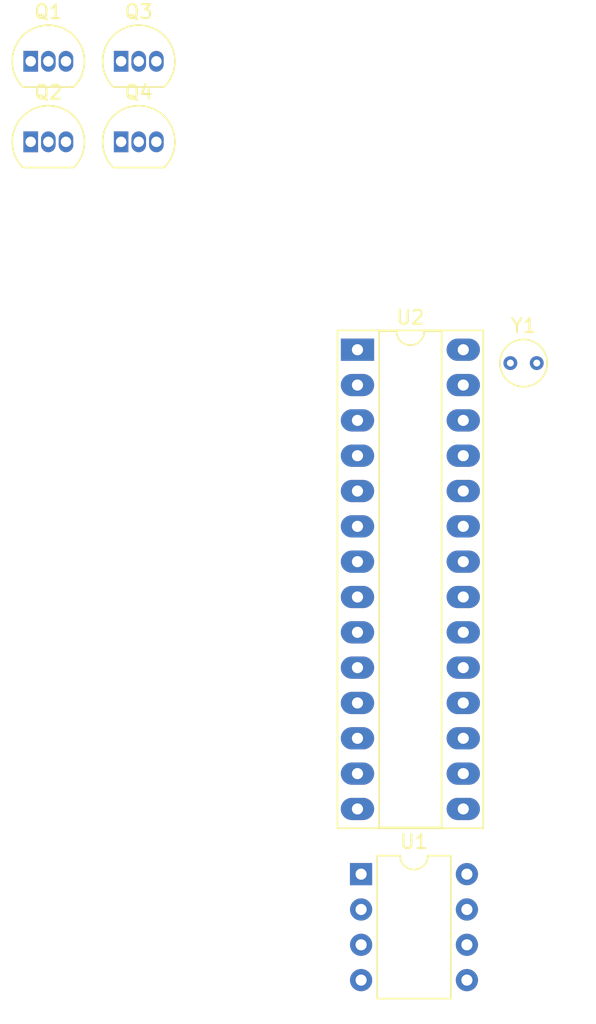
<source format=kicad_pcb>
(kicad_pcb (version 20171130) (host pcbnew "(5.1.12)-1")

  (general
    (thickness 1.6)
    (drawings 0)
    (tracks 0)
    (zones 0)
    (modules 7)
    (nets 47)
  )

  (page A4)
  (layers
    (0 F.Cu signal)
    (31 B.Cu signal)
    (32 B.Adhes user)
    (33 F.Adhes user)
    (34 B.Paste user)
    (35 F.Paste user)
    (36 B.SilkS user)
    (37 F.SilkS user)
    (38 B.Mask user)
    (39 F.Mask user)
    (40 Dwgs.User user)
    (41 Cmts.User user)
    (42 Eco1.User user)
    (43 Eco2.User user)
    (44 Edge.Cuts user)
    (45 Margin user)
    (46 B.CrtYd user)
    (47 F.CrtYd user)
    (48 B.Fab user)
    (49 F.Fab user)
  )

  (setup
    (last_trace_width 0.25)
    (trace_clearance 0.2)
    (zone_clearance 0.508)
    (zone_45_only no)
    (trace_min 0.2)
    (via_size 0.8)
    (via_drill 0.4)
    (via_min_size 0.4)
    (via_min_drill 0.3)
    (uvia_size 0.3)
    (uvia_drill 0.1)
    (uvias_allowed no)
    (uvia_min_size 0.2)
    (uvia_min_drill 0.1)
    (edge_width 0.05)
    (segment_width 0.2)
    (pcb_text_width 0.3)
    (pcb_text_size 1.5 1.5)
    (mod_edge_width 0.12)
    (mod_text_size 1 1)
    (mod_text_width 0.15)
    (pad_size 1.524 1.524)
    (pad_drill 0.762)
    (pad_to_mask_clearance 0)
    (aux_axis_origin 0 0)
    (visible_elements 7FFFFFFF)
    (pcbplotparams
      (layerselection 0x010fc_ffffffff)
      (usegerberextensions false)
      (usegerberattributes true)
      (usegerberadvancedattributes true)
      (creategerberjobfile true)
      (excludeedgelayer true)
      (linewidth 0.100000)
      (plotframeref false)
      (viasonmask false)
      (mode 1)
      (useauxorigin false)
      (hpglpennumber 1)
      (hpglpenspeed 20)
      (hpglpendiameter 15.000000)
      (psnegative false)
      (psa4output false)
      (plotreference true)
      (plotvalue true)
      (plotinvisibletext false)
      (padsonsilk false)
      (subtractmaskfromsilk false)
      (outputformat 1)
      (mirror false)
      (drillshape 1)
      (scaleselection 1)
      (outputdirectory ""))
  )

  (net 0 "")
  (net 1 +BATT)
  (net 2 GND)
  (net 3 "Net-(U1-Pad7)")
  (net 4 "Net-(U1-Pad3)")
  (net 5 "Net-(U1-Pad6)")
  (net 6 "Net-(U1-Pad2)")
  (net 7 "Net-(U1-Pad5)")
  (net 8 +5V)
  (net 9 "Net-(U2-Pad28)")
  (net 10 "Net-(U2-Pad14)")
  (net 11 "Net-(U2-Pad27)")
  (net 12 "Net-(U2-Pad13)")
  (net 13 "Net-(U2-Pad26)")
  (net 14 "Net-(U2-Pad12)")
  (net 15 "Net-(U2-Pad25)")
  (net 16 "Net-(U2-Pad11)")
  (net 17 "Net-(U2-Pad24)")
  (net 18 "Net-(U2-Pad10)")
  (net 19 "Net-(U2-Pad23)")
  (net 20 "Net-(U2-Pad9)")
  (net 21 "Net-(U2-Pad22)")
  (net 22 "Net-(U2-Pad21)")
  (net 23 "Net-(U2-Pad7)")
  (net 24 "Net-(U2-Pad20)")
  (net 25 "Net-(U2-Pad6)")
  (net 26 "Net-(U2-Pad19)")
  (net 27 "Net-(U2-Pad5)")
  (net 28 "Net-(U2-Pad18)")
  (net 29 "Net-(U2-Pad4)")
  (net 30 "Net-(U2-Pad17)")
  (net 31 "Net-(U2-Pad3)")
  (net 32 "Net-(U2-Pad16)")
  (net 33 "Net-(U2-Pad2)")
  (net 34 "Net-(U2-Pad15)")
  (net 35 "Net-(U2-Pad1)")
  (net 36 "Net-(Q1-Pad1)")
  (net 37 "Net-(Q1-Pad3)")
  (net 38 "Net-(Q1-Pad2)")
  (net 39 "Net-(Q2-Pad1)")
  (net 40 "Net-(Q2-Pad3)")
  (net 41 "Net-(Q3-Pad1)")
  (net 42 "Net-(Q3-Pad3)")
  (net 43 "Net-(Q3-Pad2)")
  (net 44 "Net-(Q4-Pad1)")
  (net 45 "Net-(Q4-Pad3)")
  (net 46 "Net-(Q4-Pad2)")

  (net_class Default "This is the default net class."
    (clearance 0.2)
    (trace_width 0.25)
    (via_dia 0.8)
    (via_drill 0.4)
    (uvia_dia 0.3)
    (uvia_drill 0.1)
    (add_net +5V)
    (add_net +BATT)
    (add_net GND)
    (add_net "Net-(Q1-Pad1)")
    (add_net "Net-(Q1-Pad2)")
    (add_net "Net-(Q1-Pad3)")
    (add_net "Net-(Q2-Pad1)")
    (add_net "Net-(Q2-Pad3)")
    (add_net "Net-(Q3-Pad1)")
    (add_net "Net-(Q3-Pad2)")
    (add_net "Net-(Q3-Pad3)")
    (add_net "Net-(Q4-Pad1)")
    (add_net "Net-(Q4-Pad2)")
    (add_net "Net-(Q4-Pad3)")
    (add_net "Net-(U1-Pad2)")
    (add_net "Net-(U1-Pad3)")
    (add_net "Net-(U1-Pad5)")
    (add_net "Net-(U1-Pad6)")
    (add_net "Net-(U1-Pad7)")
    (add_net "Net-(U2-Pad1)")
    (add_net "Net-(U2-Pad10)")
    (add_net "Net-(U2-Pad11)")
    (add_net "Net-(U2-Pad12)")
    (add_net "Net-(U2-Pad13)")
    (add_net "Net-(U2-Pad14)")
    (add_net "Net-(U2-Pad15)")
    (add_net "Net-(U2-Pad16)")
    (add_net "Net-(U2-Pad17)")
    (add_net "Net-(U2-Pad18)")
    (add_net "Net-(U2-Pad19)")
    (add_net "Net-(U2-Pad2)")
    (add_net "Net-(U2-Pad20)")
    (add_net "Net-(U2-Pad21)")
    (add_net "Net-(U2-Pad22)")
    (add_net "Net-(U2-Pad23)")
    (add_net "Net-(U2-Pad24)")
    (add_net "Net-(U2-Pad25)")
    (add_net "Net-(U2-Pad26)")
    (add_net "Net-(U2-Pad27)")
    (add_net "Net-(U2-Pad28)")
    (add_net "Net-(U2-Pad3)")
    (add_net "Net-(U2-Pad4)")
    (add_net "Net-(U2-Pad5)")
    (add_net "Net-(U2-Pad6)")
    (add_net "Net-(U2-Pad7)")
    (add_net "Net-(U2-Pad9)")
  )

  (module Package_DIP:DIP-28_W7.62mm_Socket_LongPads (layer F.Cu) (tedit 5A02E8C5) (tstamp 622DAB68)
    (at 180.975 102.87)
    (descr "28-lead though-hole mounted DIP package, row spacing 7.62 mm (300 mils), Socket, LongPads")
    (tags "THT DIP DIL PDIP 2.54mm 7.62mm 300mil Socket LongPads")
    (path /622DFAB3)
    (fp_text reference U2 (at 3.81 -2.33) (layer F.SilkS)
      (effects (font (size 1 1) (thickness 0.15)))
    )
    (fp_text value ATmega328P-PU (at 3.81 35.35) (layer F.Fab)
      (effects (font (size 1 1) (thickness 0.15)))
    )
    (fp_text user %R (at 3.81 16.51) (layer F.Fab)
      (effects (font (size 1 1) (thickness 0.15)))
    )
    (fp_arc (start 3.81 -1.33) (end 2.81 -1.33) (angle -180) (layer F.SilkS) (width 0.12))
    (fp_line (start 1.635 -1.27) (end 6.985 -1.27) (layer F.Fab) (width 0.1))
    (fp_line (start 6.985 -1.27) (end 6.985 34.29) (layer F.Fab) (width 0.1))
    (fp_line (start 6.985 34.29) (end 0.635 34.29) (layer F.Fab) (width 0.1))
    (fp_line (start 0.635 34.29) (end 0.635 -0.27) (layer F.Fab) (width 0.1))
    (fp_line (start 0.635 -0.27) (end 1.635 -1.27) (layer F.Fab) (width 0.1))
    (fp_line (start -1.27 -1.33) (end -1.27 34.35) (layer F.Fab) (width 0.1))
    (fp_line (start -1.27 34.35) (end 8.89 34.35) (layer F.Fab) (width 0.1))
    (fp_line (start 8.89 34.35) (end 8.89 -1.33) (layer F.Fab) (width 0.1))
    (fp_line (start 8.89 -1.33) (end -1.27 -1.33) (layer F.Fab) (width 0.1))
    (fp_line (start 2.81 -1.33) (end 1.56 -1.33) (layer F.SilkS) (width 0.12))
    (fp_line (start 1.56 -1.33) (end 1.56 34.35) (layer F.SilkS) (width 0.12))
    (fp_line (start 1.56 34.35) (end 6.06 34.35) (layer F.SilkS) (width 0.12))
    (fp_line (start 6.06 34.35) (end 6.06 -1.33) (layer F.SilkS) (width 0.12))
    (fp_line (start 6.06 -1.33) (end 4.81 -1.33) (layer F.SilkS) (width 0.12))
    (fp_line (start -1.44 -1.39) (end -1.44 34.41) (layer F.SilkS) (width 0.12))
    (fp_line (start -1.44 34.41) (end 9.06 34.41) (layer F.SilkS) (width 0.12))
    (fp_line (start 9.06 34.41) (end 9.06 -1.39) (layer F.SilkS) (width 0.12))
    (fp_line (start 9.06 -1.39) (end -1.44 -1.39) (layer F.SilkS) (width 0.12))
    (fp_line (start -1.55 -1.6) (end -1.55 34.65) (layer F.CrtYd) (width 0.05))
    (fp_line (start -1.55 34.65) (end 9.15 34.65) (layer F.CrtYd) (width 0.05))
    (fp_line (start 9.15 34.65) (end 9.15 -1.6) (layer F.CrtYd) (width 0.05))
    (fp_line (start 9.15 -1.6) (end -1.55 -1.6) (layer F.CrtYd) (width 0.05))
    (pad 28 thru_hole oval (at 7.62 0) (size 2.4 1.6) (drill 0.8) (layers *.Cu *.Mask)
      (net 9 "Net-(U2-Pad28)"))
    (pad 14 thru_hole oval (at 0 33.02) (size 2.4 1.6) (drill 0.8) (layers *.Cu *.Mask)
      (net 10 "Net-(U2-Pad14)"))
    (pad 27 thru_hole oval (at 7.62 2.54) (size 2.4 1.6) (drill 0.8) (layers *.Cu *.Mask)
      (net 11 "Net-(U2-Pad27)"))
    (pad 13 thru_hole oval (at 0 30.48) (size 2.4 1.6) (drill 0.8) (layers *.Cu *.Mask)
      (net 12 "Net-(U2-Pad13)"))
    (pad 26 thru_hole oval (at 7.62 5.08) (size 2.4 1.6) (drill 0.8) (layers *.Cu *.Mask)
      (net 13 "Net-(U2-Pad26)"))
    (pad 12 thru_hole oval (at 0 27.94) (size 2.4 1.6) (drill 0.8) (layers *.Cu *.Mask)
      (net 14 "Net-(U2-Pad12)"))
    (pad 25 thru_hole oval (at 7.62 7.62) (size 2.4 1.6) (drill 0.8) (layers *.Cu *.Mask)
      (net 15 "Net-(U2-Pad25)"))
    (pad 11 thru_hole oval (at 0 25.4) (size 2.4 1.6) (drill 0.8) (layers *.Cu *.Mask)
      (net 16 "Net-(U2-Pad11)"))
    (pad 24 thru_hole oval (at 7.62 10.16) (size 2.4 1.6) (drill 0.8) (layers *.Cu *.Mask)
      (net 17 "Net-(U2-Pad24)"))
    (pad 10 thru_hole oval (at 0 22.86) (size 2.4 1.6) (drill 0.8) (layers *.Cu *.Mask)
      (net 18 "Net-(U2-Pad10)"))
    (pad 23 thru_hole oval (at 7.62 12.7) (size 2.4 1.6) (drill 0.8) (layers *.Cu *.Mask)
      (net 19 "Net-(U2-Pad23)"))
    (pad 9 thru_hole oval (at 0 20.32) (size 2.4 1.6) (drill 0.8) (layers *.Cu *.Mask)
      (net 20 "Net-(U2-Pad9)"))
    (pad 22 thru_hole oval (at 7.62 15.24) (size 2.4 1.6) (drill 0.8) (layers *.Cu *.Mask)
      (net 21 "Net-(U2-Pad22)"))
    (pad 8 thru_hole oval (at 0 17.78) (size 2.4 1.6) (drill 0.8) (layers *.Cu *.Mask)
      (net 21 "Net-(U2-Pad22)"))
    (pad 21 thru_hole oval (at 7.62 17.78) (size 2.4 1.6) (drill 0.8) (layers *.Cu *.Mask)
      (net 22 "Net-(U2-Pad21)"))
    (pad 7 thru_hole oval (at 0 15.24) (size 2.4 1.6) (drill 0.8) (layers *.Cu *.Mask)
      (net 23 "Net-(U2-Pad7)"))
    (pad 20 thru_hole oval (at 7.62 20.32) (size 2.4 1.6) (drill 0.8) (layers *.Cu *.Mask)
      (net 24 "Net-(U2-Pad20)"))
    (pad 6 thru_hole oval (at 0 12.7) (size 2.4 1.6) (drill 0.8) (layers *.Cu *.Mask)
      (net 25 "Net-(U2-Pad6)"))
    (pad 19 thru_hole oval (at 7.62 22.86) (size 2.4 1.6) (drill 0.8) (layers *.Cu *.Mask)
      (net 26 "Net-(U2-Pad19)"))
    (pad 5 thru_hole oval (at 0 10.16) (size 2.4 1.6) (drill 0.8) (layers *.Cu *.Mask)
      (net 27 "Net-(U2-Pad5)"))
    (pad 18 thru_hole oval (at 7.62 25.4) (size 2.4 1.6) (drill 0.8) (layers *.Cu *.Mask)
      (net 28 "Net-(U2-Pad18)"))
    (pad 4 thru_hole oval (at 0 7.62) (size 2.4 1.6) (drill 0.8) (layers *.Cu *.Mask)
      (net 29 "Net-(U2-Pad4)"))
    (pad 17 thru_hole oval (at 7.62 27.94) (size 2.4 1.6) (drill 0.8) (layers *.Cu *.Mask)
      (net 30 "Net-(U2-Pad17)"))
    (pad 3 thru_hole oval (at 0 5.08) (size 2.4 1.6) (drill 0.8) (layers *.Cu *.Mask)
      (net 31 "Net-(U2-Pad3)"))
    (pad 16 thru_hole oval (at 7.62 30.48) (size 2.4 1.6) (drill 0.8) (layers *.Cu *.Mask)
      (net 32 "Net-(U2-Pad16)"))
    (pad 2 thru_hole oval (at 0 2.54) (size 2.4 1.6) (drill 0.8) (layers *.Cu *.Mask)
      (net 33 "Net-(U2-Pad2)"))
    (pad 15 thru_hole oval (at 7.62 33.02) (size 2.4 1.6) (drill 0.8) (layers *.Cu *.Mask)
      (net 34 "Net-(U2-Pad15)"))
    (pad 1 thru_hole rect (at 0 0) (size 2.4 1.6) (drill 0.8) (layers *.Cu *.Mask)
      (net 35 "Net-(U2-Pad1)"))
    (model ${KISYS3DMOD}/Package_DIP.3dshapes/DIP-28_W7.62mm_Socket.wrl
      (at (xyz 0 0 0))
      (scale (xyz 1 1 1))
      (rotate (xyz 0 0 0))
    )
  )

  (module Package_TO_SOT_THT:TO-92_Inline (layer F.Cu) (tedit 5A1DD157) (tstamp 622D9E5E)
    (at 163.951001 87.920001)
    (descr "TO-92 leads in-line, narrow, oval pads, drill 0.75mm (see NXP sot054_po.pdf)")
    (tags "to-92 sc-43 sc-43a sot54 PA33 transistor")
    (path /622EA65E)
    (fp_text reference Q4 (at 1.27 -3.56) (layer F.SilkS)
      (effects (font (size 1 1) (thickness 0.15)))
    )
    (fp_text value 2SC1815 (at 1.27 2.79) (layer F.Fab)
      (effects (font (size 1 1) (thickness 0.15)))
    )
    (fp_line (start 4 2.01) (end -1.46 2.01) (layer F.CrtYd) (width 0.05))
    (fp_line (start 4 2.01) (end 4 -2.73) (layer F.CrtYd) (width 0.05))
    (fp_line (start -1.46 -2.73) (end -1.46 2.01) (layer F.CrtYd) (width 0.05))
    (fp_line (start -1.46 -2.73) (end 4 -2.73) (layer F.CrtYd) (width 0.05))
    (fp_line (start -0.5 1.75) (end 3 1.75) (layer F.Fab) (width 0.1))
    (fp_line (start -0.53 1.85) (end 3.07 1.85) (layer F.SilkS) (width 0.12))
    (fp_arc (start 1.27 0) (end 1.27 -2.6) (angle 135) (layer F.SilkS) (width 0.12))
    (fp_arc (start 1.27 0) (end 1.27 -2.48) (angle -135) (layer F.Fab) (width 0.1))
    (fp_arc (start 1.27 0) (end 1.27 -2.6) (angle -135) (layer F.SilkS) (width 0.12))
    (fp_arc (start 1.27 0) (end 1.27 -2.48) (angle 135) (layer F.Fab) (width 0.1))
    (fp_text user %R (at 1.27 0) (layer F.Fab)
      (effects (font (size 1 1) (thickness 0.15)))
    )
    (pad 1 thru_hole rect (at 0 0) (size 1.05 1.5) (drill 0.75) (layers *.Cu *.Mask)
      (net 44 "Net-(Q4-Pad1)"))
    (pad 3 thru_hole oval (at 2.54 0) (size 1.05 1.5) (drill 0.75) (layers *.Cu *.Mask)
      (net 45 "Net-(Q4-Pad3)"))
    (pad 2 thru_hole oval (at 1.27 0) (size 1.05 1.5) (drill 0.75) (layers *.Cu *.Mask)
      (net 46 "Net-(Q4-Pad2)"))
    (model ${KISYS3DMOD}/Package_TO_SOT_THT.3dshapes/TO-92_Inline.wrl
      (at (xyz 0 0 0))
      (scale (xyz 1 1 1))
      (rotate (xyz 0 0 0))
    )
  )

  (module Package_TO_SOT_THT:TO-92_Inline (layer F.Cu) (tedit 5A1DD157) (tstamp 622D9E4C)
    (at 163.951001 82.130001)
    (descr "TO-92 leads in-line, narrow, oval pads, drill 0.75mm (see NXP sot054_po.pdf)")
    (tags "to-92 sc-43 sc-43a sot54 PA33 transistor")
    (path /622EA20C)
    (fp_text reference Q3 (at 1.27 -3.56) (layer F.SilkS)
      (effects (font (size 1 1) (thickness 0.15)))
    )
    (fp_text value 2SC1815 (at 1.27 2.79) (layer F.Fab)
      (effects (font (size 1 1) (thickness 0.15)))
    )
    (fp_line (start 4 2.01) (end -1.46 2.01) (layer F.CrtYd) (width 0.05))
    (fp_line (start 4 2.01) (end 4 -2.73) (layer F.CrtYd) (width 0.05))
    (fp_line (start -1.46 -2.73) (end -1.46 2.01) (layer F.CrtYd) (width 0.05))
    (fp_line (start -1.46 -2.73) (end 4 -2.73) (layer F.CrtYd) (width 0.05))
    (fp_line (start -0.5 1.75) (end 3 1.75) (layer F.Fab) (width 0.1))
    (fp_line (start -0.53 1.85) (end 3.07 1.85) (layer F.SilkS) (width 0.12))
    (fp_arc (start 1.27 0) (end 1.27 -2.6) (angle 135) (layer F.SilkS) (width 0.12))
    (fp_arc (start 1.27 0) (end 1.27 -2.48) (angle -135) (layer F.Fab) (width 0.1))
    (fp_arc (start 1.27 0) (end 1.27 -2.6) (angle -135) (layer F.SilkS) (width 0.12))
    (fp_arc (start 1.27 0) (end 1.27 -2.48) (angle 135) (layer F.Fab) (width 0.1))
    (fp_text user %R (at 1.27 0) (layer F.Fab)
      (effects (font (size 1 1) (thickness 0.15)))
    )
    (pad 1 thru_hole rect (at 0 0) (size 1.05 1.5) (drill 0.75) (layers *.Cu *.Mask)
      (net 41 "Net-(Q3-Pad1)"))
    (pad 3 thru_hole oval (at 2.54 0) (size 1.05 1.5) (drill 0.75) (layers *.Cu *.Mask)
      (net 42 "Net-(Q3-Pad3)"))
    (pad 2 thru_hole oval (at 1.27 0) (size 1.05 1.5) (drill 0.75) (layers *.Cu *.Mask)
      (net 43 "Net-(Q3-Pad2)"))
    (model ${KISYS3DMOD}/Package_TO_SOT_THT.3dshapes/TO-92_Inline.wrl
      (at (xyz 0 0 0))
      (scale (xyz 1 1 1))
      (rotate (xyz 0 0 0))
    )
  )

  (module Package_TO_SOT_THT:TO-92_Inline (layer F.Cu) (tedit 5A1DD157) (tstamp 622D9E3A)
    (at 157.441001 87.920001)
    (descr "TO-92 leads in-line, narrow, oval pads, drill 0.75mm (see NXP sot054_po.pdf)")
    (tags "to-92 sc-43 sc-43a sot54 PA33 transistor")
    (path /622E9E78)
    (fp_text reference Q2 (at 1.27 -3.56) (layer F.SilkS)
      (effects (font (size 1 1) (thickness 0.15)))
    )
    (fp_text value 2SC1815 (at 1.27 2.79) (layer F.Fab)
      (effects (font (size 1 1) (thickness 0.15)))
    )
    (fp_line (start 4 2.01) (end -1.46 2.01) (layer F.CrtYd) (width 0.05))
    (fp_line (start 4 2.01) (end 4 -2.73) (layer F.CrtYd) (width 0.05))
    (fp_line (start -1.46 -2.73) (end -1.46 2.01) (layer F.CrtYd) (width 0.05))
    (fp_line (start -1.46 -2.73) (end 4 -2.73) (layer F.CrtYd) (width 0.05))
    (fp_line (start -0.5 1.75) (end 3 1.75) (layer F.Fab) (width 0.1))
    (fp_line (start -0.53 1.85) (end 3.07 1.85) (layer F.SilkS) (width 0.12))
    (fp_arc (start 1.27 0) (end 1.27 -2.6) (angle 135) (layer F.SilkS) (width 0.12))
    (fp_arc (start 1.27 0) (end 1.27 -2.48) (angle -135) (layer F.Fab) (width 0.1))
    (fp_arc (start 1.27 0) (end 1.27 -2.6) (angle -135) (layer F.SilkS) (width 0.12))
    (fp_arc (start 1.27 0) (end 1.27 -2.48) (angle 135) (layer F.Fab) (width 0.1))
    (fp_text user %R (at 1.27 0) (layer F.Fab)
      (effects (font (size 1 1) (thickness 0.15)))
    )
    (pad 1 thru_hole rect (at 0 0) (size 1.05 1.5) (drill 0.75) (layers *.Cu *.Mask)
      (net 39 "Net-(Q2-Pad1)"))
    (pad 3 thru_hole oval (at 2.54 0) (size 1.05 1.5) (drill 0.75) (layers *.Cu *.Mask)
      (net 40 "Net-(Q2-Pad3)"))
    (pad 2 thru_hole oval (at 1.27 0) (size 1.05 1.5) (drill 0.75) (layers *.Cu *.Mask)
      (net 36 "Net-(Q1-Pad1)"))
    (model ${KISYS3DMOD}/Package_TO_SOT_THT.3dshapes/TO-92_Inline.wrl
      (at (xyz 0 0 0))
      (scale (xyz 1 1 1))
      (rotate (xyz 0 0 0))
    )
  )

  (module Package_TO_SOT_THT:TO-92_Inline (layer F.Cu) (tedit 5A1DD157) (tstamp 622D9E28)
    (at 157.441001 82.130001)
    (descr "TO-92 leads in-line, narrow, oval pads, drill 0.75mm (see NXP sot054_po.pdf)")
    (tags "to-92 sc-43 sc-43a sot54 PA33 transistor")
    (path /622E87AF)
    (fp_text reference Q1 (at 1.27 -3.56) (layer F.SilkS)
      (effects (font (size 1 1) (thickness 0.15)))
    )
    (fp_text value 2SC1815 (at 1.27 2.79) (layer F.Fab)
      (effects (font (size 1 1) (thickness 0.15)))
    )
    (fp_line (start 4 2.01) (end -1.46 2.01) (layer F.CrtYd) (width 0.05))
    (fp_line (start 4 2.01) (end 4 -2.73) (layer F.CrtYd) (width 0.05))
    (fp_line (start -1.46 -2.73) (end -1.46 2.01) (layer F.CrtYd) (width 0.05))
    (fp_line (start -1.46 -2.73) (end 4 -2.73) (layer F.CrtYd) (width 0.05))
    (fp_line (start -0.5 1.75) (end 3 1.75) (layer F.Fab) (width 0.1))
    (fp_line (start -0.53 1.85) (end 3.07 1.85) (layer F.SilkS) (width 0.12))
    (fp_arc (start 1.27 0) (end 1.27 -2.6) (angle 135) (layer F.SilkS) (width 0.12))
    (fp_arc (start 1.27 0) (end 1.27 -2.48) (angle -135) (layer F.Fab) (width 0.1))
    (fp_arc (start 1.27 0) (end 1.27 -2.6) (angle -135) (layer F.SilkS) (width 0.12))
    (fp_arc (start 1.27 0) (end 1.27 -2.48) (angle 135) (layer F.Fab) (width 0.1))
    (fp_text user %R (at 1.27 0) (layer F.Fab)
      (effects (font (size 1 1) (thickness 0.15)))
    )
    (pad 1 thru_hole rect (at 0 0) (size 1.05 1.5) (drill 0.75) (layers *.Cu *.Mask)
      (net 36 "Net-(Q1-Pad1)"))
    (pad 3 thru_hole oval (at 2.54 0) (size 1.05 1.5) (drill 0.75) (layers *.Cu *.Mask)
      (net 37 "Net-(Q1-Pad3)"))
    (pad 2 thru_hole oval (at 1.27 0) (size 1.05 1.5) (drill 0.75) (layers *.Cu *.Mask)
      (net 38 "Net-(Q1-Pad2)"))
    (model ${KISYS3DMOD}/Package_TO_SOT_THT.3dshapes/TO-92_Inline.wrl
      (at (xyz 0 0 0))
      (scale (xyz 1 1 1))
      (rotate (xyz 0 0 0))
    )
  )

  (module Crystal:Crystal_Round_D3.0mm_Vertical (layer F.Cu) (tedit 5A0FD1B2) (tstamp 622D9024)
    (at 191.987001 103.829001)
    (descr "Crystal THT C38-LF 8.0mm length 3.0mm diameter")
    (tags ['C38-LF'])
    (path /622DAA88)
    (fp_text reference Y1 (at 0.95 -2.7) (layer F.SilkS)
      (effects (font (size 1 1) (thickness 0.15)))
    )
    (fp_text value Crystal_Small (at 0.95 2.7) (layer F.Fab)
      (effects (font (size 1 1) (thickness 0.15)))
    )
    (fp_circle (center 0.95 0) (end 2.9 0) (layer F.CrtYd) (width 0.05))
    (fp_circle (center 0.95 0) (end 2.45 0) (layer F.Fab) (width 0.1))
    (fp_arc (start 0.95 0) (end -0.75 0) (angle -180) (layer F.SilkS) (width 0.12))
    (fp_arc (start 0.95 0) (end -0.75 0) (angle 180) (layer F.SilkS) (width 0.12))
    (fp_text user %R (at 0.95 0) (layer F.Fab)
      (effects (font (size 0.7 0.7) (thickness 0.105)))
    )
    (pad 2 thru_hole circle (at 1.9 0) (size 1 1) (drill 0.5) (layers *.Cu *.Mask)
      (net 4 "Net-(U1-Pad3)"))
    (pad 1 thru_hole circle (at 0 0) (size 1 1) (drill 0.5) (layers *.Cu *.Mask)
      (net 6 "Net-(U1-Pad2)"))
    (model ${KISYS3DMOD}/Crystal.3dshapes/Crystal_Round_D3.0mm_Vertical.wrl
      (at (xyz 0 0 0))
      (scale (xyz 1 1 1))
      (rotate (xyz 0 0 0))
    )
  )

  (module Package_DIP:DIP-8_W7.62mm (layer F.Cu) (tedit 5A02E8C5) (tstamp 622D8FE9)
    (at 181.237001 140.579001)
    (descr "8-lead though-hole mounted DIP package, row spacing 7.62 mm (300 mils)")
    (tags "THT DIP DIL PDIP 2.54mm 7.62mm 300mil")
    (path /622D96B4)
    (fp_text reference U1 (at 3.81 -2.33) (layer F.SilkS)
      (effects (font (size 1 1) (thickness 0.15)))
    )
    (fp_text value DS1302N+ (at 3.81 9.95) (layer F.Fab)
      (effects (font (size 1 1) (thickness 0.15)))
    )
    (fp_line (start 8.7 -1.55) (end -1.1 -1.55) (layer F.CrtYd) (width 0.05))
    (fp_line (start 8.7 9.15) (end 8.7 -1.55) (layer F.CrtYd) (width 0.05))
    (fp_line (start -1.1 9.15) (end 8.7 9.15) (layer F.CrtYd) (width 0.05))
    (fp_line (start -1.1 -1.55) (end -1.1 9.15) (layer F.CrtYd) (width 0.05))
    (fp_line (start 6.46 -1.33) (end 4.81 -1.33) (layer F.SilkS) (width 0.12))
    (fp_line (start 6.46 8.95) (end 6.46 -1.33) (layer F.SilkS) (width 0.12))
    (fp_line (start 1.16 8.95) (end 6.46 8.95) (layer F.SilkS) (width 0.12))
    (fp_line (start 1.16 -1.33) (end 1.16 8.95) (layer F.SilkS) (width 0.12))
    (fp_line (start 2.81 -1.33) (end 1.16 -1.33) (layer F.SilkS) (width 0.12))
    (fp_line (start 0.635 -0.27) (end 1.635 -1.27) (layer F.Fab) (width 0.1))
    (fp_line (start 0.635 8.89) (end 0.635 -0.27) (layer F.Fab) (width 0.1))
    (fp_line (start 6.985 8.89) (end 0.635 8.89) (layer F.Fab) (width 0.1))
    (fp_line (start 6.985 -1.27) (end 6.985 8.89) (layer F.Fab) (width 0.1))
    (fp_line (start 1.635 -1.27) (end 6.985 -1.27) (layer F.Fab) (width 0.1))
    (fp_text user %R (at 3.81 3.81) (layer F.Fab)
      (effects (font (size 1 1) (thickness 0.15)))
    )
    (fp_arc (start 3.81 -1.33) (end 2.81 -1.33) (angle -180) (layer F.SilkS) (width 0.12))
    (pad 8 thru_hole oval (at 7.62 0) (size 1.6 1.6) (drill 0.8) (layers *.Cu *.Mask)
      (net 1 +BATT))
    (pad 4 thru_hole oval (at 0 7.62) (size 1.6 1.6) (drill 0.8) (layers *.Cu *.Mask)
      (net 2 GND))
    (pad 7 thru_hole oval (at 7.62 2.54) (size 1.6 1.6) (drill 0.8) (layers *.Cu *.Mask)
      (net 3 "Net-(U1-Pad7)"))
    (pad 3 thru_hole oval (at 0 5.08) (size 1.6 1.6) (drill 0.8) (layers *.Cu *.Mask)
      (net 4 "Net-(U1-Pad3)"))
    (pad 6 thru_hole oval (at 7.62 5.08) (size 1.6 1.6) (drill 0.8) (layers *.Cu *.Mask)
      (net 5 "Net-(U1-Pad6)"))
    (pad 2 thru_hole oval (at 0 2.54) (size 1.6 1.6) (drill 0.8) (layers *.Cu *.Mask)
      (net 6 "Net-(U1-Pad2)"))
    (pad 5 thru_hole oval (at 7.62 7.62) (size 1.6 1.6) (drill 0.8) (layers *.Cu *.Mask)
      (net 7 "Net-(U1-Pad5)"))
    (pad 1 thru_hole rect (at 0 0) (size 1.6 1.6) (drill 0.8) (layers *.Cu *.Mask)
      (net 8 +5V))
    (model ${KISYS3DMOD}/Package_DIP.3dshapes/DIP-8_W7.62mm.wrl
      (at (xyz 0 0 0))
      (scale (xyz 1 1 1))
      (rotate (xyz 0 0 0))
    )
  )

)

</source>
